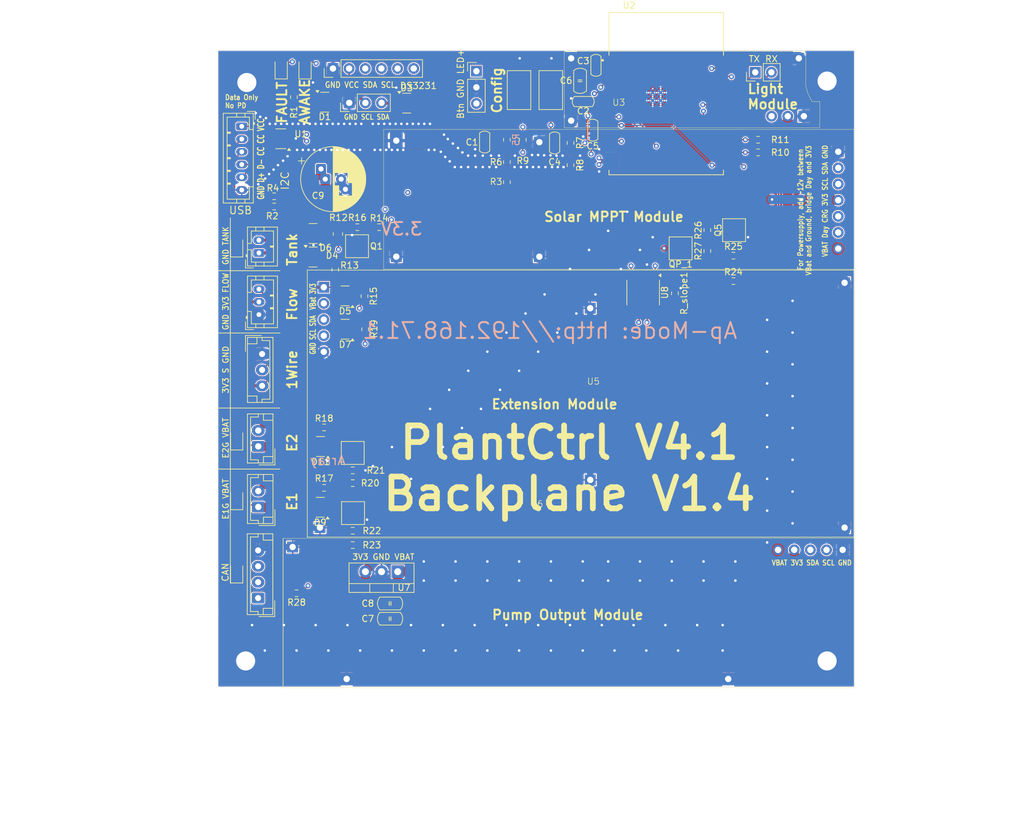
<source format=kicad_pcb>
(kicad_pcb
	(version 20241229)
	(generator "pcbnew")
	(generator_version "9.0")
	(general
		(thickness 1.6)
		(legacy_teardrops no)
	)
	(paper "A4")
	(layers
		(0 "F.Cu" signal)
		(4 "In1.Cu" signal)
		(6 "In2.Cu" signal)
		(2 "B.Cu" signal)
		(9 "F.Adhes" user "F.Adhesive")
		(11 "B.Adhes" user "B.Adhesive")
		(13 "F.Paste" user)
		(15 "B.Paste" user)
		(5 "F.SilkS" user "F.Silkscreen")
		(7 "B.SilkS" user "B.Silkscreen")
		(1 "F.Mask" user)
		(3 "B.Mask" user)
		(17 "Dwgs.User" user "User.Drawings")
		(19 "Cmts.User" user "User.Comments")
		(21 "Eco1.User" user "User.Eco1")
		(23 "Eco2.User" user "User.Eco2")
		(25 "Edge.Cuts" user)
		(27 "Margin" user)
		(31 "F.CrtYd" user "F.Courtyard")
		(29 "B.CrtYd" user "B.Courtyard")
		(35 "F.Fab" user)
		(33 "B.Fab" user)
	)
	(setup
		(stackup
			(layer "F.SilkS"
				(type "Top Silk Screen")
			)
			(layer "F.Paste"
				(type "Top Solder Paste")
			)
			(layer "F.Mask"
				(type "Top Solder Mask")
				(thickness 0.01)
			)
			(layer "F.Cu"
				(type "copper")
				(thickness 0.035)
			)
			(layer "dielectric 1"
				(type "prepreg")
				(thickness 0.1)
				(material "FR4")
				(epsilon_r 4.5)
				(loss_tangent 0.02)
			)
			(layer "In1.Cu"
				(type "copper")
				(thickness 0.035)
			)
			(layer "dielectric 2"
				(type "core")
				(thickness 1.24)
				(material "FR4")
				(epsilon_r 4.5)
				(loss_tangent 0.02)
			)
			(layer "In2.Cu"
				(type "copper")
				(thickness 0.035)
			)
			(layer "dielectric 3"
				(type "prepreg")
				(thickness 0.1)
				(material "FR4")
				(epsilon_r 4.5)
				(loss_tangent 0.02)
			)
			(layer "B.Cu"
				(type "copper")
				(thickness 0.035)
			)
			(layer "B.Mask"
				(type "Bottom Solder Mask")
				(thickness 0.01)
			)
			(layer "B.Paste"
				(type "Bottom Solder Paste")
			)
			(layer "B.SilkS"
				(type "Bottom Silk Screen")
			)
			(copper_finish "HAL lead-free")
			(dielectric_constraints no)
		)
		(pad_to_mask_clearance 0.05)
		(allow_soldermask_bridges_in_footprints no)
		(tenting front back)
		(aux_axis_origin 68.58 26.67)
		(grid_origin 68.58 26.67)
		(pcbplotparams
			(layerselection 0x00000000_00000000_5555555f_ffffffff)
			(plot_on_all_layers_selection 0x00000000_00000000_00000000_00000000)
			(disableapertmacros no)
			(usegerberextensions no)
			(usegerberattributes no)
			(usegerberadvancedattributes no)
			(creategerberjobfile no)
			(dashed_line_dash_ratio 12.000000)
			(dashed_line_gap_ratio 3.000000)
			(svgprecision 4)
			(plotframeref no)
			(mode 1)
			(useauxorigin no)
			(hpglpennumber 1)
			(hpglpenspeed 20)
			(hpglpendiameter 15.000000)
			(pdf_front_fp_property_popups yes)
			(pdf_back_fp_property_popups yes)
			(pdf_metadata yes)
			(pdf_single_document no)
			(dxfpolygonmode yes)
			(dxfimperialunits yes)
			(dxfusepcbnewfont yes)
			(psnegative no)
			(psa4output no)
			(plot_black_and_white yes)
			(sketchpadsonfab no)
			(plotpadnumbers no)
			(hidednponfab no)
			(sketchdnponfab yes)
			(crossoutdnponfab yes)
			(subtractmaskfromsilk no)
			(outputformat 1)
			(mirror no)
			(drillshape 0)
			(scaleselection 1)
			(outputdirectory "gerber/")
		)
	)
	(net 0 "")
	(net 1 "EN")
	(net 2 "VBAT")
	(net 3 "3_3V")
	(net 4 "Temp")
	(net 5 "TANK_SENSOR")
	(net 6 "Charge")
	(net 7 "Net-(Q1-G)")
	(net 8 "ESP_RX")
	(net 9 "ESP_TX")
	(net 10 "Net-(Boot1-Pad2)")
	(net 11 "SDA")
	(net 12 "SCL")
	(net 13 "Net-(CD1-A)")
	(net 14 "Net-(D2-K)")
	(net 15 "IsDay")
	(net 16 "LED_ENABLE")
	(net 17 "WORKING")
	(net 18 "ENABLE_TANK")
	(net 19 "USB_D-")
	(net 20 "FLOW")
	(net 21 "USB_D+")
	(net 22 "BOOT_SEL")
	(net 23 "WARN_LED")
	(net 24 "Net-(I1-A)")
	(net 25 "unconnected-(J6-Pin_5-Pad5)")
	(net 26 "USB_BUS")
	(net 27 "Net-(R3-Pad1)")
	(net 28 "unconnected-(U1-I{slash}O2-Pad4)")
	(net 29 "unconnected-(U1-I{slash}O1-Pad6)")
	(net 30 "Net-(J4-Pin_1)")
	(net 31 "Net-(D8-K)")
	(net 32 "Net-(D8-A)")
	(net 33 "Net-(D10-K)")
	(net 34 "Net-(D10-A)")
	(net 35 "Net-(J2-Pin_3)")
	(net 36 "Net-(Q2-G)")
	(net 37 "Net-(J2-Pin_2)")
	(net 38 "unconnected-(U2-IO8-Pad10)")
	(net 39 "unconnected-(U2-NC-Pad22)")
	(net 40 "Net-(Q3-G)")
	(net 41 "EXTRA_1")
	(net 42 "EXTRA_2")
	(net 43 "Net-(CD2-K)")
	(net 44 "CONFIG2")
	(net 45 "GND")
	(net 46 "unconnected-(J6-Pin_6-Pad6)")
	(net 47 "Net-(J7-Pin_3)")
	(net 48 "Net-(J7-Pin_2)")
	(net 49 "CAN_POWER")
	(net 50 "Net-(Q5-D)")
	(net 51 "Net-(Q5-G)")
	(net 52 "Net-(QP_1-G)")
	(net 53 "Enable_Can")
	(net 54 "Net-(U8-Rs)")
	(net 55 "CAN_TX")
	(net 56 "CAN_RX")
	(net 57 "unconnected-(U8-Vref-Pad5)")
	(footprint "Package_TO_SOT_SMD:SOT-23" (layer "F.Cu") (at 185.7675 101.92 180))
	(footprint "Modules:MPPT" (layer "F.Cu") (at 232.68 48.3075))
	(footprint "Button_Switch_SMD:SW_SPST_CK_RS282G05A3" (layer "F.Cu") (at 221.98 45.87 -90))
	(footprint "Modules:PumpModule" (layer "F.Cu") (at 219.88 111.47))
	(footprint "Connector_JST:JST_EH_B2B-EH-A_1x02_P2.50mm_Vertical" (layer "F.Cu") (at 175.98 111.42 90))
	(footprint "PCM_Capacitor_SMD_Handsoldering_AKL:C_0805_2012Metric_Pad1.18x1.45mm" (layer "F.Cu") (at 196.7 129 180))
	(footprint "PCM_Capacitor_SMD_Handsoldering_AKL:C_0603_1608Metric_Pad1.08x0.95mm" (layer "F.Cu") (at 229.08 41.97 -90))
	(footprint "Resistor_SMD:R_0603_1608Metric" (layer "F.Cu") (at 254.58 53.67 180))
	(footprint "PCM_Capacitor_SMD_Handsoldering_AKL:C_0603_1608Metric_Pad1.08x0.95mm" (layer "F.Cu") (at 227.08 47.67))
	(footprint "Button_Switch_SMD:SW_SPST_CK_RS282G05A3" (layer "F.Cu") (at 216.98 45.87 -90))
	(footprint "Resistor_SMD:R_0603_1608Metric" (layer "F.Cu") (at 225.08 54.17 90))
	(footprint "Connector_JST:JST_PH_B3B-PH-K_1x03_P2.00mm_Vertical" (layer "F.Cu") (at 176.08 81.17 90))
	(footprint "Resistor_SMD:R_0603_1608Metric" (layer "F.Cu") (at 246.6 67.9 90))
	(footprint "Connector_JST:JST_EH_B3B-EH-A_1x03_P2.50mm_Vertical" (layer "F.Cu") (at 176.58 87.37 -90))
	(footprint "Resistor_SMD:R_0603_1608Metric" (layer "F.Cu") (at 191.555 67.42 180))
	(footprint "Resistor_SMD:R_0603_1608Metric" (layer "F.Cu") (at 190.83 115.17))
	(footprint "Package_TO_SOT_SMD:SOT-23" (layer "F.Cu") (at 189.63 78.22 180))
	(footprint "LED_SMD:LED_0805_2012Metric" (layer "F.Cu") (at 179.58 42.42 90))
	(footprint "Package_TO_SOT_SMD:SOT-23" (layer "F.Cu") (at 184.5925 68.42 180))
	(footprint "Resistor_SMD:R_0603_1608Metric" (layer "F.Cu") (at 217.58 53.67 -90))
	(footprint "Connector_PinHeader_2.54mm:PinHeader_1x06_P2.54mm_Vertical" (layer "F.Cu") (at 187.72 42.47 90))
	(footprint "LED_SMD:LED_0805_2012Metric" (layer "F.Cu") (at 172.58 110.17 90))
	(footprint "Resistor_SMD:R_0603_1608Metric" (layer "F.Cu") (at 178.48 64.17))
	(footprint "Package_TO_SOT_SMD:SOT-23-6" (layer "F.Cu") (at 179.5175 53.52 180))
	(footprint "Package_TO_SOT_SMD:SOT-23" (layer "F.Cu") (at 189.63 83.47 180))
	(footprint "Resistor_SMD:R_0603_1608Metric" (layer "F.Cu") (at 241.5 77.825 -90))
	(footprint "PCM_Capacitor_SMD_Handsoldering_AKL:C_0805_2012Metric_Pad1.18x1.45mm" (layer "F.Cu") (at 196.7 126.6 180))
	(footprint "Resistor_SMD:R_0603_1608Metric" (layer "F.Cu") (at 215.08 60.345 -90))
	(footprint "Resistor_SMD:R_0603_1608Metric" (layer "F.Cu") (at 194.98 67.42))
	(footprint "PCM_Capacitor_SMD_Handsoldering_AKL:C_0603_1608Metric_Pad1.08x0.95mm" (layer "F.Cu") (at 211.58 54.0325 90))
	(footprint "Package_TO_SOT_SMD:SOT-23" (layer "F.Cu") (at 199.3175 47.92))
	(footprint "Capacitor_THT:CP_Radial_D10.0mm_P2.50mm_P5.00mm"
		(layer "F.Cu")
		(uuid "5788df9f-c91a-4f2f-8dbd-50d2ee8e1389")
		(at 186.509063 59.87)
		(descr "CP, Radial series, Radial, pin pitch=2.50mm 5.00mm, diameter=10mm, height=12mm, Electrolytic Capacitor")
		(tags "CP Radial series Radial pin pitch 2.50mm 5.00mm diameter 10mm height 12mm Electrolytic Capacitor")
		(property "Reference" "C9"
			(at -1.129063 2.6 0)
			(layer "F.SilkS")
			(uuid "d80d09d5-31e8-424b-86b6-1d42df47e3dd")
			(effects
				(font
					(size 1 1)
					(thickness 0.15)
				)
			)
		)
		(property "Value" "1000uF"
			(at 1.25 6.25 0)
			(layer "F.Fab")
			(uuid "70a175ba-ec71-450b-9a5a-91d206b8d5a6")
			(effects
				(font
					(size 1 1)
					(thickness 0.15)
				)
			)
		)
		(property "Datasheet" "~"
			(at 0 0 0)
			(layer "F.Fab")
			(hide yes)
			(uuid "abdac494-626e-4c59-bcd1-6423def8dddf")
			(effects
				(font
					(size 1.27 1.27)
					(thickness 0.15)
				)
			)
		)
		(property "Description" "Polarized capacitor"
			(at 0 0 0)
			(layer "F.Fab")
			(hide yes)
			(uuid "2403c29e-250c-4bf0-ac75-9a7df71bf331")
			(effects
				(font
					(size 1.27 1.27)
					(thickness 0.15)
				)
			)
		)
		(property ki_fp_filters "CP_*")
		(path "/51332e26-7a0c-48f2-9dc3-7987b9affed0")
		(sheetname "/")
		(sheetfile "PlantCtrlESP32.kicad_sch")
		(attr through_hole)
		(fp_line
			(start -4.229646 -2.875)
			(end -3.229646 -2.875)
			(stroke
				(width 0.12)
				(type solid)
			)
			(layer "F.SilkS")
			(uuid "89904ee2-4d83-4e54-a3c8-c26ee98bf1f9")
		)
		(fp_line
			(start -3.729646 -3.375)
			(end -3.729646 -2.375)
			(stroke
				(width 0.12)
				(type solid)
			)
			(layer "F.SilkS")
			(uuid "1b569b13-eee5-4a34-b784-7e05ed56ccd4")
		)
		(fp_line
			(start 1.25 -5.08)
			(end 1.25 5.08)
			(stroke
				(width 0.12)
				(type solid)
			)
			(layer "F.SilkS")
			(uuid "05314426-9e91-40ef-aa21-896d65621bd7")
		)
		(fp_line
			(start 1.29 -5.08)
			(end 1.29 5.08)
			(stroke
				(width 0.12)
				(type solid)
			)
			(layer "F.SilkS")
			(uuid "0490155d-3a81-4e7a-a412-017cb9c7094d")
		)
		(fp_line
			(start 1.33 -5.079)
			(end 1.33 5.079)
			(stroke
				(width 0.12)
				(type solid)
			)
			(layer "F.SilkS")
			(uuid "f3367b71-175b-4675-b5c8-0006ad21e2ce")
		)
		(fp_line
			(start 1.37 -5.079)
			(end 1.37 5.079)
			(stroke
				(width 0.12)
				(type solid)
			)
			(layer "F.SilkS")
			(uuid "15388988-bb8c-4a7d-9a27-5e345d075b23")
		)
		(fp_line
			(start 1.41 -5.077)
			(end 1.41 5.077)
			(stroke
				(width 0.12)
				(type solid)
			)
			(layer "F.SilkS")
			(uuid "25fdd878-44c9-413c-8a14-d6bac1aa6c20")
		)
		(fp_line
			(start 1.45 -5.076)
			(end 1.45 5.076)
			(stroke
				(width 0.12)
				(type solid)
			)
			(layer "F.SilkS")
			(uuid "552b9aeb-ca3d-4c06-b359-5e628beadabc")
		)
		(fp_line
			(start 1.49 -5.074)
			(end 1.49 -1.04)
			(stroke
				(width 0.12)
				(type solid)
			)
			(layer "F.SilkS")
			(uuid "deb56c4a-1ecd-4019-a002-594f08ebd1d9")
		)
		(fp_line
			(start 1.49 1.04)
			(end 1.49 5.074)
			(stroke
				(width 0.12)
				(type solid)
			)
			(layer "F.SilkS")
			(uuid "ab811579-af15-4cd2-9f25-60a2d0a317ff")
		)
		(fp_line
			(start 1.53 -5.072)
			(end 1.53 -1.04)
			(stroke
				(width 0.12)
				(type solid)
			)
			(layer "F.SilkS")
			(uuid "0f8d9563-d363-4328-a036-d2312e3181c6")
		)
		(fp_line
			(start 1.53 1.04)
			(end 1.53 5.072)
			(stroke
				(width 0.12)
				(type solid)
			)
			(layer "F.SilkS")
			(uuid "f2f689c2-9cc7-46b9-8083-4eaa322fc907")
		)
		(fp_line
			(start 1.57 -5.07)
			(end 1.57 -1.04)
			(stroke
				(width 0.12)
				(type solid)
			)
			(layer "F.SilkS")
			(uuid "71dccc16-d431-47ad-820c-5a62cf3d0c41")
		)
		(fp_line
			(start 1.57 1.04)
			(end 1.57 5.07)
			(stroke
				(width 0.12)
				(type solid)
			)
			(layer "F.SilkS")
			(uuid "b03a05ae-260b-4033-8632-d5549ee4dbe7")
		)
		(fp_line
			(start 1.61 -5.067)
			(end 1.61 -1.04)
			(stroke
				(width 0.12)
				(type solid)
			)
			(layer "F.SilkS")
			(uuid "ef879969-314c-4c7e-9574-0fad767d4d31")
		)
		(fp_line
			(start 1.61 1.04)
			(end 1.61 5.067)
			(stroke
				(width 0.12)
				(type solid)
			)
			(layer "F.SilkS")
			(uuid "9280b2ee-f2f6-4b45-bc8c-6f08c8ba3528")
		)
		(fp_line
			(start 1.65 -5.064)
			(end 1.65 -1.04)
			(stroke
				(width 0.12)
				(type solid)
			)
			(layer "F.SilkS")
			(uuid "76acfc1c-8fe5-4392-975c-70b4f4164a63")
		)
		(fp_line
			(start 1.65 1.04)
			(end 1.65 5.064)
			(stroke
				(width 0.12)
				(type solid)
			)
			(layer "F.SilkS")
			(uuid "589d9ac1-1773-493c-9ae1-7bc72cf91001")
		)
		(fp_line
			(start 1.69 -5.061)
			(end 1.69 -1.04)
			(stroke
				(width 0.12)
				(type solid)
			)
			(layer "F.SilkS")
			(uuid "6f43440a-25f2-46f7-a6ce-6a19ee97afd2")
		)
		(fp_line
			(start 1.69 1.04)
			(end 1.69 5.061)
			(stroke
				(width 0.12)
				(type solid)
			)
			(layer "F.SilkS")
			(uuid "4c22828d-6172-47bc-a2c6-1a63105667ed")
		)
		(fp_line
			(start 1.73 -5.057)
			(end 1.73 -1.04)
			(stroke
				(width 0.12)
				(type solid)
			)
			(layer "F.SilkS")
			(uuid "73b97273-51d2-46e0-bd6b-f9d6fa3bf7a4")
		)
		(fp_line
			(start 1.73 1.04)
			(end 1.73 5.057)
			(stroke
				(width 0.12)
				(type solid)
			)
			(layer "F.SilkS")
			(uuid "517bddd7-e407-4ed8-95c1-67242233ffec")
		)
		(fp_line
			(start 1.77 -5.054)
			(end 1.77 -1.04)
			(stroke
				(width 0.12)
				(type solid)
			)
			(layer "F.SilkS")
			(uuid "2c714d55-eea2-4fb2-9d1e-60fb8f24a6c4")
		)
		(fp_line
			(start 1.77 1.04)
			(end 1.77 5.054)
			(stroke
				(width 0.12)
				(type solid)
			)
			(layer "F.SilkS")
			(uuid "c6272eab-de29-4e84-bd4a-b33ba44be5da")
		)
		(fp_line
			(start 1.81 -5.049)
			(end 1.81 -1.04)
			(stroke
				(width 0.12)
				(type solid)
			)
			(layer "F.SilkS")
			(uuid "27e08f13-7a08-4866-a2a4-4d244276df34")
		)
		(fp_line
			(start 1.81 1.04)
			(end 1.81 5.049)
			(stroke
				(width 0.12)
				(type solid)
			)
			(layer "F.SilkS")
			(uuid "3dd14f20-0cbe-456a-a52b-f4d759537a98")
		)
		(fp_line
			(start 1.85 -5.045)
			(end 1.85 -1.04)
			(stroke
				(width 0.12)
				(type solid)
			)
			(layer "F.SilkS")
			(uuid "4554e845-7861-4d44-9b4e-65f744eb9ed4")
		)
		(fp_line
			(start 1.85 1.04)
			(end 1.85 5.045)
			(stroke
				(width 0.12)
				(type solid)
			)
			(layer "F.SilkS")
			(uuid "a9838921-2a07-4d39-9523-373f9895fe02")
		)
		(fp_line
			(start 1.89 -5.04)
			(end 1.89 -1.04)
			(stroke
				(width 0.12)
				(type solid)
			)
			(layer "F.SilkS")
			(uuid "9dd7c8f8-a793-4526-afe2-f7a750e4c50f")
		)
		(fp_line
			(start 1.89 1.04)
			(end 1.89 5.04)
			(stroke
				(width 0.12)
				(type solid)
			)
			(layer "F.SilkS")
			(uuid "2c511a83-25fd-4f6c-95f9-6e26f059e857")
		)
		(fp_line
			(start 1.93 -5.035)
			(end 1.93 -1.04)
			(stroke
				(width 0.12)
				(type solid)
			)
			(layer "F.SilkS")
			(uuid "2252ebe1-2f4d-4ea6-812e-0371f7e16ba8")
		)
		(fp_line
			(start 1.93 1.04)
			(end 1.93 5.035)
			(stroke
				(width 0.12)
				(type solid)
			)
			(layer "F.SilkS")
			(uuid "80c2c4e6-20d7-4ab9-8120-61e5c409e7c8")
		)
		(fp_line
			(start 1.97 -5.029)
			(end 1.97 -1.04)
			(stroke
				(width 0.12)
				(type solid)
			)
			(layer "F.SilkS")
			(uuid "5d92da4a-3dfb-4866-89d4-9a811f0148d4")
		)
		(fp_line
			(start 1.97 1.04)
			(end 1.97 5.029)
			(stroke
				(width 0.12)
				(type solid)
			)
			(layer "F.SilkS")
			(uuid "5b821102-a4ea-4b1a-91cb-58e3646ba081")
		)
		(fp_line
			(start 2.01 -5.023)
			(end 2.01 -1.04)
			(stroke
				(width 0.12)
				(type solid)
			)
			(layer "F.SilkS")
			(uuid "39e18b03-c8f8-4fc1-a958-546937b8e4ee")
		)
		(fp_line
			(start 2.01 1.04)
			(end 2.01 5.023)
			(stroke
				(width 0.12)
				(type solid)
			)
			(layer "F.SilkS")
			(uuid "35810396-506e-4501-a98d-184f71176d4e")
		)
		(fp_line
			(start 2.05 -5.017)
			(end 2.05 -1.04)
			(stroke
				(width 0.12)
				(type solid)
			)
			(layer "F.SilkS")
			(uuid "4f359438-eac5-4b07-bbf8-57711e85cd0c")
		)
		(fp_line
			(start 2.05 1.04)
			(end 2.05 5.017)
			(stroke
				(width 0.12)
				(type solid)
			)
			(layer "F.SilkS")
			(uuid "72abd212-da13-4800-8329-8320a511405a")
		)
		(fp_line
			(start 2.09 -5.011)
			(end 2.09 -1.04)
			(stroke
				(width 0.12)
				(type solid)
			)
			(layer "F.SilkS")
			(uuid "d298eb84-c624-4af2-9fe4-0f7ff1bea8aa")
		)
		(fp_line
			(start 2.09 1.04)
			(end 2.09 5.011)
			(stroke
				(width 0.12)
				(type solid)
			)
			(layer "F.SilkS")
			(uuid "40a0c069-00d5-4499-a9ab-bf75bfef5d2f")
		)
		(fp_line
			(start 2.13 -5.004)
			(end 2.13 -1.04)
			(stroke
				(width 0.12)
				(type solid)
			)
			(layer "F.SilkS"
... [4309266 chars truncated]
</source>
